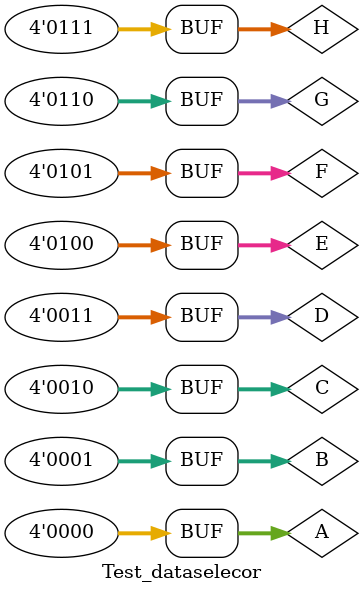
<source format=v>
`timescale 1ns / 1ps

module Test_dataselecor;
    reg [2:0] S;
    reg [3:0] A,B,C,D,E,F,G,H;
    wire [3:0] Y;
    
    Multiplex_data_selector MDS(S,A,B,C,D,E,F,G,H,Y);

    initial begin
        S = 3'b000;
        A = 4'b0000;
        B = 4'b0001;
        C = 4'b0010;
        D = 4'b0011;
        E = 4'b0100;
        F = 4'b0101;
        G = 4'b0110;
        H = 4'b0111;
    end

    always begin
        #10;
        S = S + 1'b1;
        if (S == 3'b111) begin
            S = 3'b000;
        end
    end

endmodule

</source>
